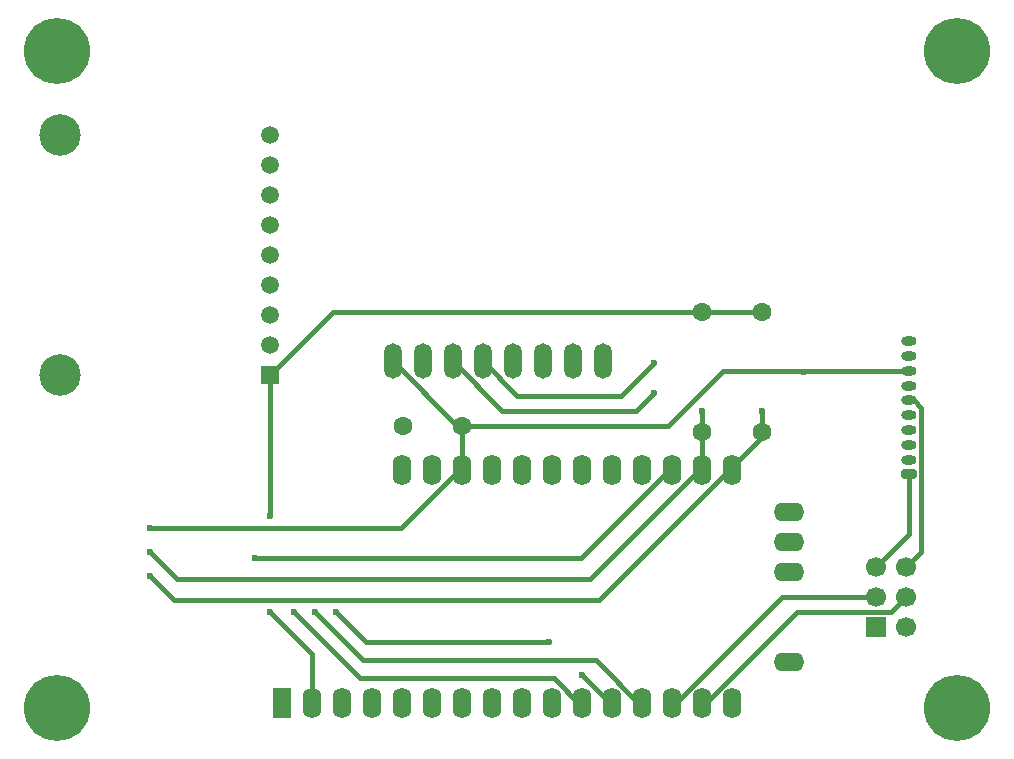
<source format=gbr>
%TF.GenerationSoftware,KiCad,Pcbnew,9.0.4*%
%TF.CreationDate,2025-11-11T21:51:19-08:00*%
%TF.ProjectId,latex-launch-2-pcb,6c617465-782d-46c6-9175-6e63682d322d,rev?*%
%TF.SameCoordinates,Original*%
%TF.FileFunction,Copper,L2,Inr*%
%TF.FilePolarity,Positive*%
%FSLAX46Y46*%
G04 Gerber Fmt 4.6, Leading zero omitted, Abs format (unit mm)*
G04 Created by KiCad (PCBNEW 9.0.4) date 2025-11-11 21:51:19*
%MOMM*%
%LPD*%
G01*
G04 APERTURE LIST*
G04 Aperture macros list*
%AMRoundRect*
0 Rectangle with rounded corners*
0 $1 Rounding radius*
0 $2 $3 $4 $5 $6 $7 $8 $9 X,Y pos of 4 corners*
0 Add a 4 corners polygon primitive as box body*
4,1,4,$2,$3,$4,$5,$6,$7,$8,$9,$2,$3,0*
0 Add four circle primitives for the rounded corners*
1,1,$1+$1,$2,$3*
1,1,$1+$1,$4,$5*
1,1,$1+$1,$6,$7*
1,1,$1+$1,$8,$9*
0 Add four rect primitives between the rounded corners*
20,1,$1+$1,$2,$3,$4,$5,0*
20,1,$1+$1,$4,$5,$6,$7,0*
20,1,$1+$1,$6,$7,$8,$9,0*
20,1,$1+$1,$8,$9,$2,$3,0*%
G04 Aperture macros list end*
%TA.AperFunction,ComponentPad*%
%ADD10C,5.600000*%
%TD*%
%TA.AperFunction,ComponentPad*%
%ADD11O,1.500000X3.000000*%
%TD*%
%TA.AperFunction,ComponentPad*%
%ADD12C,1.600000*%
%TD*%
%TA.AperFunction,ComponentPad*%
%ADD13RoundRect,0.200000X0.450000X-0.200000X0.450000X0.200000X-0.450000X0.200000X-0.450000X-0.200000X0*%
%TD*%
%TA.AperFunction,ComponentPad*%
%ADD14O,1.300000X0.800000*%
%TD*%
%TA.AperFunction,ComponentPad*%
%ADD15RoundRect,0.250000X0.550000X-1.050000X0.550000X1.050000X-0.550000X1.050000X-0.550000X-1.050000X0*%
%TD*%
%TA.AperFunction,ComponentPad*%
%ADD16O,1.600000X2.600000*%
%TD*%
%TA.AperFunction,ComponentPad*%
%ADD17O,2.600000X1.600000*%
%TD*%
%TA.AperFunction,ComponentPad*%
%ADD18R,1.700000X1.700000*%
%TD*%
%TA.AperFunction,ComponentPad*%
%ADD19C,1.700000*%
%TD*%
%TA.AperFunction,ComponentPad*%
%ADD20R,1.508000X1.508000*%
%TD*%
%TA.AperFunction,ComponentPad*%
%ADD21C,1.508000*%
%TD*%
%TA.AperFunction,ComponentPad*%
%ADD22C,3.516000*%
%TD*%
%TA.AperFunction,ViaPad*%
%ADD23C,0.600000*%
%TD*%
%TA.AperFunction,Conductor*%
%ADD24C,0.400000*%
%TD*%
G04 APERTURE END LIST*
D10*
%TO.N,N/C*%
%TO.C,H1*%
X114554000Y-73914000D03*
%TD*%
%TO.N,N/C*%
%TO.C,H4*%
X190754000Y-73914000D03*
%TD*%
%TO.N,N/C*%
%TO.C,H3*%
X190754000Y-129540000D03*
%TD*%
%TO.N,N/C*%
%TO.C,H2*%
X114554000Y-129540000D03*
%TD*%
D11*
%TO.N,unconnected-(J6-Pin_8-Pad8)*%
%TO.C,J6*%
X160750000Y-100203000D03*
%TO.N,unconnected-(J6-Pin_7-Pad7)*%
X158210000Y-100203000D03*
%TO.N,unconnected-(J6-Pin_6-Pad6)*%
X155670000Y-100203000D03*
%TO.N,unconnected-(J6-Pin_5-Pad5)*%
X153130000Y-100203000D03*
%TO.N,/I2C_SDA*%
X150590000Y-100203000D03*
%TO.N,/I2C_SCL*%
X148050000Y-100203000D03*
%TO.N,GND*%
X145510000Y-100203000D03*
%TO.N,+BATT*%
X142970000Y-100203000D03*
%TD*%
D12*
%TO.N,+3V3*%
%TO.C,R1*%
X174244000Y-96012000D03*
%TO.N,/I2C_SDA*%
X174244000Y-106172000D03*
%TD*%
D13*
%TO.N,/Rx_RockBLOCK*%
%TO.C,J1*%
X186637000Y-109765000D03*
D14*
%TO.N,unconnected-(J1-Pin_2-Pad2)*%
X186637000Y-108515000D03*
%TO.N,unconnected-(J1-Pin_3-Pad3)*%
X186637000Y-107265000D03*
%TO.N,unconnected-(J1-Pin_4-Pad4)*%
X186637000Y-106015000D03*
%TO.N,unconnected-(J1-Pin_5-Pad5)*%
X186637000Y-104765000D03*
%TO.N,/Tx_RockBLOCK*%
X186637000Y-103515000D03*
%TO.N,unconnected-(J1-Pin_7-Pad7)*%
X186637000Y-102265000D03*
%TO.N,+BATT*%
X186637000Y-101015000D03*
%TO.N,unconnected-(J1-Pin_9-Pad9)*%
X186637000Y-99765000D03*
%TO.N,GND*%
X186637000Y-98515000D03*
%TD*%
D12*
%TO.N,/I2C_SCL*%
%TO.C,R2*%
X169164000Y-106172000D03*
%TO.N,+3V3*%
X169164000Y-96012000D03*
%TD*%
%TO.N,+BATT*%
%TO.C,C1*%
X148804000Y-105664000D03*
%TO.N,GND*%
X143804000Y-105664000D03*
%TD*%
D15*
%TO.N,unconnected-(A1-~{RESET}-Pad1)*%
%TO.C,A1*%
X133604000Y-129132500D03*
D16*
%TO.N,+3V3*%
X136144000Y-129132500D03*
%TO.N,unconnected-(A1-AREF-Pad3)*%
X138684000Y-129132500D03*
%TO.N,GND*%
X141224000Y-129132500D03*
%TO.N,unconnected-(A1-DAC0{slash}A0-Pad5)*%
X143764000Y-129132500D03*
%TO.N,unconnected-(A1-A1-Pad6)*%
X146304000Y-129132500D03*
%TO.N,unconnected-(A1-A2-Pad7)*%
X148844000Y-129132500D03*
%TO.N,unconnected-(A1-A3-Pad8)*%
X151384000Y-129132500D03*
%TO.N,unconnected-(A1-A4-Pad9)*%
X153924000Y-129132500D03*
%TO.N,unconnected-(A1-A5-Pad10)*%
X156464000Y-129132500D03*
%TO.N,/SPI_SCK*%
X159004000Y-129132500D03*
%TO.N,/SPI_MOSI*%
X161544000Y-129132500D03*
%TO.N,/SPI_MISO*%
X164084000Y-129132500D03*
%TO.N,/Rx*%
X166624000Y-129132500D03*
%TO.N,/Tx*%
X169164000Y-129132500D03*
%TO.N,unconnected-(A1-DIO1-Pad16)*%
X171704000Y-129132500D03*
%TO.N,/I2C_SDA*%
X171704000Y-109412500D03*
%TO.N,/I2C_SCL*%
X169164000Y-109412500D03*
%TO.N,/CS_SDCard*%
X166624000Y-109412500D03*
%TO.N,unconnected-(A1-D6-Pad20)*%
X164084000Y-109412500D03*
%TO.N,unconnected-(A1-D9-Pad21)*%
X161544000Y-109412500D03*
%TO.N,unconnected-(A1-D10-Pad22)*%
X159004000Y-109412500D03*
%TO.N,unconnected-(A1-D11-Pad23)*%
X156464000Y-109412500D03*
%TO.N,unconnected-(A1-D12-Pad24)*%
X153924000Y-109412500D03*
%TO.N,unconnected-(A1-D13-Pad25)*%
X151384000Y-109412500D03*
%TO.N,+BATT*%
X148844000Y-109412500D03*
%TO.N,unconnected-(A1-EN-Pad27)*%
X146304000Y-109412500D03*
%TO.N,unconnected-(A1-VBAT-Pad28)*%
X143764000Y-109412500D03*
D17*
%TO.N,unconnected-(A1-ANT-Pad29)*%
X176484000Y-125622500D03*
%TO.N,unconnected-(A1-DIO5-Pad30)*%
X176484000Y-118002500D03*
%TO.N,unconnected-(A1-DIO3-Pad31)*%
X176484000Y-115462500D03*
%TO.N,unconnected-(A1-DIO2-Pad32)*%
X176484000Y-112922500D03*
%TD*%
D18*
%TO.N,unconnected-(J2-Pin_1-Pad1)*%
%TO.C,J2*%
X183896000Y-122682000D03*
D19*
%TO.N,unconnected-(J2-Pin_2-Pad2)*%
X186436000Y-122682000D03*
%TO.N,/Rx*%
X183896000Y-120142000D03*
%TO.N,/Tx*%
X186436000Y-120142000D03*
%TO.N,/Rx_RockBLOCK*%
X183896000Y-117602000D03*
%TO.N,/Tx_RockBLOCK*%
X186436000Y-117602000D03*
%TD*%
D20*
%TO.N,+3V3*%
%TO.C,J5*%
X132588000Y-101346000D03*
D21*
%TO.N,GND*%
X132588000Y-98806000D03*
%TO.N,/SPI_SCK*%
X132588000Y-96266000D03*
%TO.N,/SPI_MISO*%
X132588000Y-93726000D03*
%TO.N,/SPI_MOSI*%
X132588000Y-91186000D03*
%TO.N,/CS_SDCard*%
X132588000Y-88646000D03*
%TO.N,unconnected-(J5-Pin_7-Pad7)*%
X132588000Y-86106000D03*
%TO.N,unconnected-(J5-Pin_8-Pad8)*%
X132588000Y-83566000D03*
%TO.N,unconnected-(J5-Pin_9-Pad9)*%
X132588000Y-81026000D03*
D22*
%TO.N,N/C*%
X114808000Y-101346000D03*
X114808000Y-81026000D03*
%TD*%
D23*
%TO.N,/SPI_MOSI*%
X156210000Y-123952000D03*
X159004000Y-126746000D03*
X138176000Y-121412000D03*
%TO.N,/SPI_MISO*%
X136398000Y-121412000D03*
%TO.N,/SPI_SCK*%
X134620000Y-121412000D03*
%TO.N,/CS_SDCard*%
X131318000Y-116840000D03*
X131318000Y-116840000D03*
%TO.N,/I2C_SCL*%
X165100000Y-102870000D03*
%TO.N,/I2C_SDA*%
X165100000Y-100330000D03*
%TO.N,/I2C_SCL*%
X169164000Y-104394000D03*
%TO.N,/I2C_SDA*%
X174244000Y-104394000D03*
%TO.N,+BATT*%
X177800000Y-101092000D03*
%TO.N,+3V3*%
X132588000Y-113284000D03*
X132588000Y-121412000D03*
%TO.N,/I2C_SCL*%
X122428000Y-116332000D03*
%TO.N,/I2C_SDA*%
X122428000Y-118364000D03*
%TO.N,+BATT*%
X122428000Y-114300000D03*
%TD*%
D24*
%TO.N,/SPI_MOSI*%
X140716000Y-123952000D02*
X156210000Y-123952000D01*
X138176000Y-121412000D02*
X140716000Y-123952000D01*
X161544000Y-129286000D02*
X159004000Y-126746000D01*
X161544000Y-129432500D02*
X161544000Y-129286000D01*
%TO.N,/SPI_MISO*%
X160127500Y-125476000D02*
X164084000Y-129432500D01*
X140462000Y-125476000D02*
X160127500Y-125476000D01*
X136398000Y-121412000D02*
X140462000Y-125476000D01*
%TO.N,/SPI_SCK*%
X156571500Y-127000000D02*
X159004000Y-129432500D01*
X140208000Y-127000000D02*
X156571500Y-127000000D01*
X134620000Y-121412000D02*
X140208000Y-127000000D01*
%TO.N,/CS_SDCard*%
X158896500Y-116840000D02*
X131318000Y-116840000D01*
X166624000Y-109112500D02*
X158896500Y-116840000D01*
%TO.N,/I2C_SCL*%
X159658500Y-118618000D02*
X169164000Y-109112500D01*
X124714000Y-118618000D02*
X159658500Y-118618000D01*
X122428000Y-116332000D02*
X124714000Y-118618000D01*
%TO.N,/I2C_SDA*%
X160420500Y-120396000D02*
X171704000Y-109112500D01*
X124460000Y-120396000D02*
X160420500Y-120396000D01*
X122428000Y-118364000D02*
X124460000Y-120396000D01*
%TO.N,+3V3*%
X136144000Y-124968000D02*
X136144000Y-129432500D01*
X132588000Y-121412000D02*
X136144000Y-124968000D01*
%TO.N,/I2C_SDA*%
X153511000Y-103124000D02*
X150590000Y-100203000D01*
X162306000Y-103124000D02*
X153511000Y-103124000D01*
X165100000Y-100330000D02*
X162306000Y-103124000D01*
%TO.N,/I2C_SCL*%
X152241000Y-104394000D02*
X148050000Y-100203000D01*
X163576000Y-104394000D02*
X152241000Y-104394000D01*
X165100000Y-102870000D02*
X163576000Y-104394000D01*
%TO.N,/I2C_SDA*%
X174244000Y-106172000D02*
X174244000Y-104394000D01*
%TO.N,/I2C_SCL*%
X169164000Y-106172000D02*
X169164000Y-104394000D01*
%TO.N,+3V3*%
X169164000Y-96012000D02*
X174244000Y-96012000D01*
X137922000Y-96012000D02*
X169164000Y-96012000D01*
X132588000Y-101346000D02*
X137922000Y-96012000D01*
%TO.N,/Tx_RockBLOCK*%
X187081000Y-103515000D02*
X186637000Y-103515000D01*
X187688000Y-104122000D02*
X187081000Y-103515000D01*
X186436000Y-117602000D02*
X187688000Y-116350000D01*
X187688000Y-116350000D02*
X187688000Y-104122000D01*
%TO.N,/Rx_RockBLOCK*%
X186637000Y-114861000D02*
X186637000Y-109765000D01*
X183896000Y-117602000D02*
X186637000Y-114861000D01*
%TO.N,/Rx*%
X175914500Y-120142000D02*
X183896000Y-120142000D01*
X166624000Y-129432500D02*
X175914500Y-120142000D01*
%TO.N,/Tx*%
X185147000Y-121431000D02*
X186436000Y-120142000D01*
X177165500Y-121431000D02*
X185147000Y-121431000D01*
X169164000Y-129432500D02*
X177165500Y-121431000D01*
%TO.N,+3V3*%
X132588000Y-113284000D02*
X132588000Y-101346000D01*
%TO.N,/I2C_SDA*%
X174244000Y-106572500D02*
X174244000Y-106172000D01*
X171704000Y-109112500D02*
X174244000Y-106572500D01*
%TO.N,/I2C_SCL*%
X169164000Y-109112500D02*
X169164000Y-106172000D01*
%TO.N,+BATT*%
X170939471Y-101015000D02*
X186637000Y-101015000D01*
X166290471Y-105664000D02*
X170939471Y-101015000D01*
X148804000Y-105664000D02*
X166290471Y-105664000D01*
X148431000Y-105664000D02*
X142970000Y-100203000D01*
X148804000Y-105664000D02*
X148431000Y-105664000D01*
X148844000Y-109112500D02*
X148844000Y-105704000D01*
X148844000Y-105704000D02*
X148804000Y-105664000D01*
X143656500Y-114300000D02*
X148844000Y-109112500D01*
X122428000Y-114300000D02*
X143656500Y-114300000D01*
%TD*%
M02*

</source>
